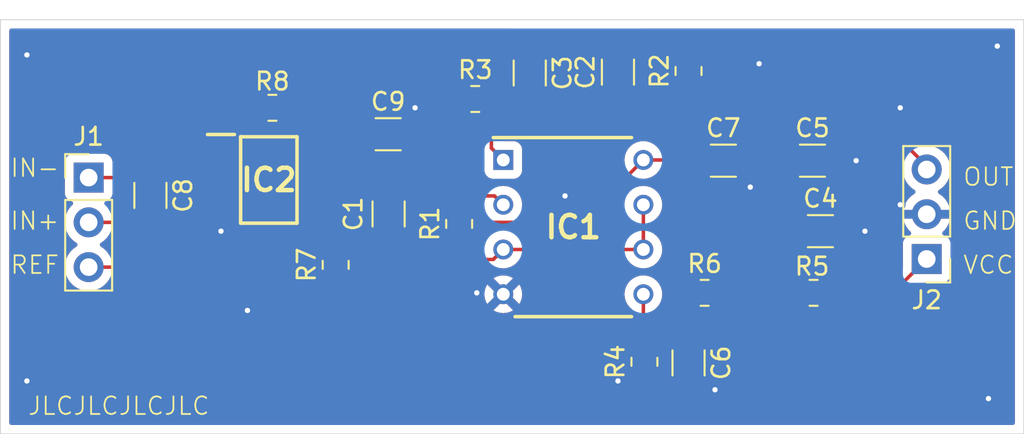
<source format=kicad_pcb>
(kicad_pcb (version 20240108) (generator "pcbnew") (generator_version "8.0")
  (layers (0 "F.Cu" signal) (31 "B.Cu" signal) (34 "B.Paste" user) (35 "F.Paste" user) (36 "B.SilkS" user "B.Silkscreen") (37 "F.SilkS" user "F.Silkscreen") (38 "B.Mask" user) (39 "F.Mask" user) (44 "Edge.Cuts" user))
  (net 0 "")
  (net 1 "IN-")
  (net 2 "IN+")
  (net 3 "GND")
  (net 4 "DRL")
  (net 5 "Net-(J2-Pin_1)")
  (net 6 "INAout")
  (net 7 "OUT")
  (net 8 "+3.3V")
  (net 9 "INAref")
  (net 10 "Net-(C1-Pad2)")
  (net 11 "Net-(IC1-1IN-)")
  (net 12 "Net-(IC1-2IN+)")
  (net 13 "Net-(IC2-RG_2)")
  (net 14 "Net-(IC2-RG_1)")
  (footprint "TL072CP:DIP794W53P254L959H508Q8N" (layer "F.Cu") (at 155.47 95.27)
    (property "Reference" "IC1" (at 0 0 0) (layer "F.SilkS") (effects (font (size 1.27 1.27) (thickness 0.254))))
    (property "Value" "TL072CP" (hide yes))
    (fp_line (start -4.535 -5.08) (end 3.3 -5.08) (stroke (width 0.2)) (layer "F.SilkS"))
    (fp_line (start -3.3 5.08) (end 3.3 5.08) (stroke (width 0.2)) (layer "F.SilkS"))
    (pad "1" thru_hole rect (at -3.97 -3.81) (size 1.13 1.13) (drill 0.73) (layers "*.Cu" "*.Mask") (net 7 "OUT"))
    (pad "2" thru_hole circle (at -3.97 -1.27) (size 1.13 1.13) (drill 0.73) (layers "*.Cu" "*.Mask") (net 11 "Net-(IC1-1IN-)"))
    (pad "3" thru_hole circle (at -3.97 1.27) (size 1.13 1.13) (drill 0.73) (layers "*.Cu" "*.Mask") (net 9 "INAref"))
    (pad "4" thru_hole circle (at -3.97 3.81) (size 1.13 1.13) (drill 0.73) (layers "*.Cu" "*.Mask") (net 3 "GND"))
    (pad "5" thru_hole circle (at 3.97 3.81) (size 1.13 1.13) (drill 0.73) (layers "*.Cu" "*.Mask") (net 12 "Net-(IC1-2IN+)"))
    (pad "6" thru_hole circle (at 3.97 1.27) (size 1.13 1.13) (drill 0.73) (layers "*.Cu" "*.Mask") (net 9 "INAref"))
    (pad "7" thru_hole circle (at 3.97 -1.27) (size 1.13 1.13) (drill 0.73) (layers "*.Cu" "*.Mask") (net 9 "INAref"))
    (pad "8" thru_hole circle (at 3.97 -3.81) (size 1.13 1.13) (drill 0.73) (layers "*.Cu" "*.Mask") (net 8 "+3.3V"))
  )
  (footprint "Capacitor_SMD:C_1206_3216Metric" (layer "F.Cu") (at 169.025 91.5)
    (property "Reference" "C5" (at 0 -1.85 0) (layer "F.SilkS"))
    (property "Value" "47uF")
    (fp_line (start -0.711252 -0.91) (end 0.711252 -0.91) (stroke (width 0.12)) (layer "F.SilkS"))
    (fp_line (start -0.711252 0.91) (end 0.711252 0.91) (stroke (width 0.12)) (layer "F.SilkS"))
    (pad "1" smd roundrect (at -1.475 0) (size 1.15 1.8) (layers "F.Cu" "F.Paste" "F.Mask") (roundrect_rratio 0.217391) (net 8 "+3.3V"))
    (pad "2" smd roundrect (at 1.475 0) (size 1.15 1.8) (layers "F.Cu" "F.Paste" "F.Mask") (roundrect_rratio 0.217391) (net 3 "GND"))
  )
  (footprint "Capacitor_SMD:C_1206_3216Metric" (layer "F.Cu") (at 163.975 91.5)
    (property "Reference" "C7" (at 0 -1.85 0) (layer "F.SilkS"))
    (property "Value" "100nF")
    (fp_line (start -0.711252 -0.91) (end 0.711252 -0.91) (stroke (width 0.12)) (layer "F.SilkS"))
    (fp_line (start -0.711252 0.91) (end 0.711252 0.91) (stroke (width 0.12)) (layer "F.SilkS"))
    (pad "1" smd roundrect (at -1.475 0) (size 1.15 1.8) (layers "F.Cu" "F.Paste" "F.Mask") (roundrect_rratio 0.217391) (net 8 "+3.3V"))
    (pad "2" smd roundrect (at 1.475 0) (size 1.15 1.8) (layers "F.Cu" "F.Paste" "F.Mask") (roundrect_rratio 0.217391) (net 3 "GND"))
  )
  (footprint "Capacitor_SMD:C_1206_3216Metric" (layer "F.Cu") (at 169.475 95.5)
    (property "Reference" "C4" (at 0 -1.85 0) (layer "F.SilkS"))
    (property "Value" "100nF")
    (fp_line (start -0.711252 -0.91) (end 0.711252 -0.91) (stroke (width 0.12)) (layer "F.SilkS"))
    (fp_line (start -0.711252 0.91) (end 0.711252 0.91) (stroke (width 0.12)) (layer "F.SilkS"))
    (pad "1" smd roundrect (at -1.475 0) (size 1.15 1.8) (layers "F.Cu" "F.Paste" "F.Mask") (roundrect_rratio 0.217391) (net 8 "+3.3V"))
    (pad "2" smd roundrect (at 1.475 0) (size 1.15 1.8) (layers "F.Cu" "F.Paste" "F.Mask") (roundrect_rratio 0.217391) (net 3 "GND"))
  )
  (footprint "Capacitor_SMD:C_1206_3216Metric" (layer "F.Cu") (at 153 86.525 -90)
    (property "Reference" "C3" (at 0 -1.85 90) (layer "F.SilkS"))
    (property "Value" "47nF")
    (fp_line (start -0.711252 0.91) (end 0.711252 0.91) (stroke (width 0.12)) (layer "F.SilkS"))
    (fp_line (start -0.711252 -0.91) (end 0.711252 -0.91) (stroke (width 0.12)) (layer "F.SilkS"))
    (pad "1" smd roundrect (at -1.475 0 270) (size 1.15 1.8) (layers "F.Cu" "F.Paste" "F.Mask") (roundrect_rratio 0.217391) (net 11 "Net-(IC1-1IN-)"))
    (pad "2" smd roundrect (at 1.475 0 270) (size 1.15 1.8) (layers "F.Cu" "F.Paste" "F.Mask") (roundrect_rratio 0.217391) (net 7 "OUT"))
  )
  (footprint "Resistor_SMD:R_0805_2012Metric" (layer "F.Cu") (at 159.5 102.9125 90)
    (property "Reference" "R4" (at 0 -1.65 -90) (layer "F.SilkS"))
    (property "Value" "10k")
    (fp_line (start -0.227064 -0.735) (end 0.227064 -0.735) (stroke (width 0.12)) (layer "F.SilkS"))
    (fp_line (start -0.227064 0.735) (end 0.227064 0.735) (stroke (width 0.12)) (layer "F.SilkS"))
    (pad "1" smd roundrect (at -0.9125 0 90) (size 1.025 1.4) (layers "F.Cu" "F.Paste" "F.Mask") (roundrect_rratio 0.243902) (net 3 "GND"))
    (pad "2" smd roundrect (at 0.9125 0 90) (size 1.025 1.4) (layers "F.Cu" "F.Paste" "F.Mask") (roundrect_rratio 0.243902) (net 12 "Net-(IC1-2IN+)"))
  )
  (footprint "Capacitor_SMD:C_1206_3216Metric" (layer "F.Cu") (at 158 86.475 90)
    (property "Reference" "C2" (at 0 -1.85 -90) (layer "F.SilkS"))
    (property "Value" "C_Variable")
    (fp_line (start -0.711252 -0.91) (end 0.711252 -0.91) (stroke (width 0.12)) (layer "F.SilkS"))
    (fp_line (start -0.711252 0.91) (end 0.711252 0.91) (stroke (width 0.12)) (layer "F.SilkS"))
    (pad "1" smd roundrect (at -1.475 0 90) (size 1.15 1.8) (layers "F.Cu" "F.Paste" "F.Mask") (roundrect_rratio 0.217391) (net 7 "OUT"))
    (pad "2" smd roundrect (at 1.475 0 90) (size 1.15 1.8) (layers "F.Cu" "F.Paste" "F.Mask") (roundrect_rratio 0.217391) (net 11 "Net-(IC1-1IN-)"))
  )
  (footprint "Resistor_SMD:R_0805_2012Metric" (layer "F.Cu") (at 162 86.4125 90)
    (property "Reference" "R2" (at 0 -1.65 -90) (layer "F.SilkS"))
    (property "Value" "R_Variable")
    (fp_line (start -0.227064 -0.735) (end 0.227064 -0.735) (stroke (width 0.12)) (layer "F.SilkS"))
    (fp_line (start -0.227064 0.735) (end 0.227064 0.735) (stroke (width 0.12)) (layer "F.SilkS"))
    (pad "1" smd roundrect (at -0.9125 0 90) (size 1.025 1.4) (layers "F.Cu" "F.Paste" "F.Mask") (roundrect_rratio 0.243902) (net 7 "OUT"))
    (pad "2" smd roundrect (at 0.9125 0 90) (size 1.025 1.4) (layers "F.Cu" "F.Paste" "F.Mask") (roundrect_rratio 0.243902) (net 11 "Net-(IC1-1IN-)"))
  )
  (footprint "Resistor_SMD:R_0805_2012Metric" (layer "F.Cu") (at 138.4125 88.5 180)
    (property "Reference" "R8" (at 0 1.5 180) (layer "F.SilkS"))
    (property "Value" "R_Variable")
    (fp_line (start -0.227064 0.735) (end 0.227064 0.735) (stroke (width 0.12)) (layer "F.SilkS"))
    (fp_line (start -0.227064 -0.735) (end 0.227064 -0.735) (stroke (width 0.12)) (layer "F.SilkS"))
    (pad "1" smd roundrect (at -0.9125 0 180) (size 1.025 1.4) (layers "F.Cu" "F.Paste" "F.Mask") (roundrect_rratio 0.243902) (net 13 "Net-(IC2-RG_2)"))
    (pad "2" smd roundrect (at 0.9125 0 180) (size 1.025 1.4) (layers "F.Cu" "F.Paste" "F.Mask") (roundrect_rratio 0.243902) (net 14 "Net-(IC2-RG_1)"))
  )
  (footprint "Connector_PinHeader_2.54mm:PinHeader_1x03_P2.54mm_Vertical" (layer "F.Cu") (at 175.5 97.08 180)
    (property "Reference" "J2" (at 0 -2.33 180) (layer "F.SilkS"))
    (property "Value" "Conn_01x03")
    (fp_line (start 1.33 1.27) (end 1.33 6.41) (stroke (width 0.12)) (layer "F.SilkS"))
    (fp_line (start -1.33 6.41) (end 1.33 6.41) (stroke (width 0.12)) (layer "F.SilkS"))
    (fp_line (start -1.33 1.27) (end 1.33 1.27) (stroke (width 0.12)) (layer "F.SilkS"))
    (fp_line (start -1.33 1.27) (end -1.33 6.41) (stroke (width 0.12)) (layer "F.SilkS"))
    (fp_line (start -1.33 0) (end -1.33 -1.33) (stroke (width 0.12)) (layer "F.SilkS"))
    (fp_line (start -1.33 -1.33) (end 0 -1.33) (stroke (width 0.12)) (layer "F.SilkS"))
    (pad "1" thru_hole rect (at 0 0 180) (size 1.7 1.7) (drill 1) (layers "*.Cu" "*.Mask") (net 5 "Net-(J2-Pin_1)"))
    (pad "2" thru_hole oval (at 0 2.54 180) (size 1.7 1.7) (drill 1) (layers "*.Cu" "*.Mask") (net 3 "GND"))
    (pad "3" thru_hole oval (at 0 5.08 180) (size 1.7 1.7) (drill 1) (layers "*.Cu" "*.Mask") (net 7 "OUT"))
  )
  (footprint "Resistor_SMD:R_0805_2012Metric" (layer "F.Cu") (at 149 95.0875 90)
    (property "Reference" "R1" (at 0 -1.65 -90) (layer "F.SilkS"))
    (property "Value" "1k")
    (fp_line (start -0.227064 -0.735) (end 0.227064 -0.735) (stroke (width 0.12)) (layer "F.SilkS"))
    (fp_line (start -0.227064 0.735) (end 0.227064 0.735) (stroke (width 0.12)) (layer "F.SilkS"))
    (pad "1" smd roundrect (at -0.9125 0 90) (size 1.025 1.4) (layers "F.Cu" "F.Paste" "F.Mask") (roundrect_rratio 0.243902) (net 10 "Net-(C1-Pad2)"))
    (pad "2" smd roundrect (at 0.9125 0 90) (size 1.025 1.4) (layers "F.Cu" "F.Paste" "F.Mask") (roundrect_rratio 0.243902) (net 11 "Net-(IC1-1IN-)"))
  )
  (footprint "Capacitor_SMD:C_1206_3216Metric" (layer "F.Cu") (at 145 94.525 -90)
    (property "Reference" "C1" (at 0 2 90) (layer "F.SilkS"))
    (property "Value" "47uF")
    (fp_line (start -0.711252 0.91) (end 0.711252 0.91) (stroke (width 0.12)) (layer "F.SilkS"))
    (fp_line (start -0.711252 -0.91) (end 0.711252 -0.91) (stroke (width 0.12)) (layer "F.SilkS"))
    (pad "1" smd roundrect (at -1.475 0 270) (size 1.15 1.8) (layers "F.Cu" "F.Paste" "F.Mask") (roundrect_rratio 0.217391) (net 6 "INAout"))
    (pad "2" smd roundrect (at 1.475 0 270) (size 1.15 1.8) (layers "F.Cu" "F.Paste" "F.Mask") (roundrect_rratio 0.217391) (net 10 "Net-(C1-Pad2)"))
  )
  (footprint "Resistor_SMD:R_0805_2012Metric" (layer "F.Cu") (at 162.9125 99)
    (property "Reference" "R6" (at 0 -1.65 0) (layer "F.SilkS"))
    (property "Value" "10k")
    (fp_line (start -0.227064 -0.735) (end 0.227064 -0.735) (stroke (width 0.12)) (layer "F.SilkS"))
    (fp_line (start -0.227064 0.735) (end 0.227064 0.735) (stroke (width 0.12)) (layer "F.SilkS"))
    (pad "1" smd roundrect (at -0.9125 0) (size 1.025 1.4) (layers "F.Cu" "F.Paste" "F.Mask") (roundrect_rratio 0.243902) (net 12 "Net-(IC1-2IN+)"))
    (pad "2" smd roundrect (at 0.9125 0) (size 1.025 1.4) (layers "F.Cu" "F.Paste" "F.Mask") (roundrect_rratio 0.243902) (net 8 "+3.3V"))
  )
  (footprint "Capacitor_SMD:C_1206_3216Metric" (layer "F.Cu") (at 144.975 90)
    (property "Reference" "C9" (at 0 -1.85 0) (layer "F.SilkS"))
    (property "Value" "100nF")
    (fp_line (start -0.711252 -0.91) (end 0.711252 -0.91) (stroke (width 0.12)) (layer "F.SilkS"))
    (fp_line (start -0.711252 0.91) (end 0.711252 0.91) (stroke (width 0.12)) (layer "F.SilkS"))
    (pad "1" smd roundrect (at -1.475 0) (size 1.15 1.8) (layers "F.Cu" "F.Paste" "F.Mask") (roundrect_rratio 0.217391) (net 8 "+3.3V"))
    (pad "2" smd roundrect (at 1.475 0) (size 1.15 1.8) (layers "F.Cu" "F.Paste" "F.Mask") (roundrect_rratio 0.217391) (net 3 "GND"))
  )
  (footprint "Resistor_SMD:R_0805_2012Metric" (layer "F.Cu") (at 142 97.4125 90)
    (property "Reference" "R7" (at 0 -1.65 -90) (layer "F.SilkS"))
    (property "Value" "1k")
    (fp_line (start -0.227064 -0.735) (end 0.227064 -0.735) (stroke (width 0.12)) (layer "F.SilkS"))
    (fp_line (start -0.227064 0.735) (end 0.227064 0.735) (stroke (width 0.12)) (layer "F.SilkS"))
    (pad "1" smd roundrect (at -0.9125 0 90) (size 1.025 1.4) (layers "F.Cu" "F.Paste" "F.Mask") (roundrect_rratio 0.243902) (net 4 "DRL"))
    (pad "2" smd roundrect (at 0.9125 0 90) (size 1.025 1.4) (layers "F.Cu" "F.Paste" "F.Mask") (roundrect_rratio 0.243902) (net 9 "INAref"))
  )
  (footprint "Capacitor_SMD:C_1206_3216Metric" (layer "F.Cu") (at 131.5 93.475 -90)
    (property "Reference" "C8" (at 0 -1.85 90) (layer "F.SilkS"))
    (property "Value" "2.2nF")
    (fp_line (start -0.711252 0.91) (end 0.711252 0.91) (stroke (width 0.12)) (layer "F.SilkS"))
    (fp_line (start -0.711252 -0.91) (end 0.711252 -0.91) (stroke (width 0.12)) (layer "F.SilkS"))
    (pad "1" smd roundrect (at -1.475 0 270) (size 1.15 1.8) (layers "F.Cu" "F.Paste" "F.Mask") (roundrect_rratio 0.217391) (net 1 "IN-"))
    (pad "2" smd roundrect (at 1.475 0 270) (size 1.15 1.8) (layers "F.Cu" "F.Paste" "F.Mask") (roundrect_rratio 0.217391) (net 2 "IN+"))
  )
  (footprint "Resistor_SMD:R_0805_2012Metric" (layer "F.Cu") (at 169.0875 99)
    (property "Reference" "R5" (at -0.0875 -1.5 0) (layer "F.SilkS"))
    (property "Value" "10")
    (fp_line (start -0.227064 -0.735) (end 0.227064 -0.735) (stroke (width 0.12)) (layer "F.SilkS"))
    (fp_line (start -0.227064 0.735) (end 0.227064 0.735) (stroke (width 0.12)) (layer "F.SilkS"))
    (pad "1" smd roundrect (at -0.9125 0) (size 1.025 1.4) (layers "F.Cu" "F.Paste" "F.Mask") (roundrect_rratio 0.243902) (net 8 "+3.3V"))
    (pad "2" smd roundrect (at 0.9125 0) (size 1.025 1.4) (layers "F.Cu" "F.Paste" "F.Mask") (roundrect_rratio 0.243902) (net 5 "Net-(J2-Pin_1)"))
  )
  (footprint "Resistor_SMD:R_0805_2012Metric" (layer "F.Cu") (at 149.9125 88)
    (property "Reference" "R3" (at 0 -1.65 0) (layer "F.SilkS"))
    (property "Value" "10k")
    (fp_line (start -0.227064 -0.735) (end 0.227064 -0.735) (stroke (width 0.12)) (layer "F.SilkS"))
    (fp_line (start -0.227064 0.735) (end 0.227064 0.735) (stroke (width 0.12)) (layer "F.SilkS"))
    (pad "1" smd roundrect (at -0.9125 0) (size 1.025 1.4) (layers "F.Cu" "F.Paste" "F.Mask") (roundrect_rratio 0.243902) (net 11 "Net-(IC1-1IN-)"))
    (pad "2" smd roundrect (at 0.9125 0) (size 1.025 1.4) (layers "F.Cu" "F.Paste" "F.Mask") (roundrect_rratio 0.243902) (net 7 "OUT"))
  )
  (footprint "Capacitor_SMD:C_1206_3216Metric" (layer "F.Cu") (at 162 102.975 -90)
    (property "Reference" "C6" (at 0 -1.85 90) (layer "F.SilkS"))
    (property "Value" "220nF")
    (fp_line (start -0.711252 0.91) (end 0.711252 0.91) (stroke (width 0.12)) (layer "F.SilkS"))
    (fp_line (start -0.711252 -0.91) (end 0.711252 -0.91) (stroke (width 0.12)) (layer "F.SilkS"))
    (pad "1" smd roundrect (at -1.475 0 270) (size 1.15 1.8) (layers "F.Cu" "F.Paste" "F.Mask") (roundrect_rratio 0.217391) (net 12 "Net-(IC1-2IN+)"))
    (pad "2" smd roundrect (at 1.475 0 270) (size 1.15 1.8) (layers "F.Cu" "F.Paste" "F.Mask") (roundrect_rratio 0.217391) (net 3 "GND"))
  )
  (footprint "INA118:SOIC127P600X175-8N" (layer "F.Cu") (at 138.211 92.595)
    (property "Reference" "IC2" (at 0 0 0) (layer "F.SilkS") (effects (font (size 1.27 1.27) (thickness 0.254))))
    (property "Value" "INA118U_2K5" (hide yes))
    (fp_line (start -3.475 -2.58) (end -1.948 -2.58) (stroke (width 0.2)) (layer "F.SilkS"))
    (fp_line (start -1.598 -2.452) (end 1.598 -2.452) (stroke (width 0.2)) (layer "F.SilkS"))
    (fp_line (start -1.598 2.452) (end -1.598 -2.452) (stroke (width 0.2)) (layer "F.SilkS"))
    (fp_line (start 1.598 -2.452) (end 1.598 2.452) (stroke (width 0.2)) (layer "F.SilkS"))
    (fp_line (start 1.598 2.452) (end -1.598 2.452) (stroke (width 0.2)) (layer "F.SilkS"))
    (pad "1" smd rect (at -2.711 -1.905 90) (size 0.65 1.528) (layers "F.Cu" "F.Paste" "F.Mask") (net 14 "Net-(IC2-RG_1)"))
    (pad "2" smd rect (at -2.711 -0.635 90) (size 0.65 1.528) (layers "F.Cu" "F.Paste" "F.Mask") (net 1 "IN-"))
    (pad "3" smd rect (at -2.711 0.635 90) (size 0.65 1.528) (layers "F.Cu" "F.Paste" "F.Mask") (net 2 "IN+"))
    (pad "4" smd rect (at -2.711 1.905 90) (size 0.65 1.528) (layers "F.Cu" "F.Paste" "F.Mask") (net 3 "GND"))
    (pad "5" smd rect (at 2.711 1.905 90) (size 0.65 1.528) (layers "F.Cu" "F.Paste" "F.Mask") (net 9 "INAref"))
    (pad "6" smd rect (at 2.711 0.635 90) (size 0.65 1.528) (layers "F.Cu" "F.Paste" "F.Mask") (net 6 "INAout"))
    (pad "7" smd rect (at 2.711 -0.635 90) (size 0.65 1.528) (layers "F.Cu" "F.Paste" "F.Mask") (net 8 "+3.3V"))
    (pad "8" smd rect (at 2.711 -1.905 90) (size 0.65 1.528) (layers "F.Cu" "F.Paste" "F.Mask") (net 13 "Net-(IC2-RG_2)"))
  )
  (footprint "Connector_PinHeader_2.54mm:PinHeader_1x03_P2.54mm_Vertical" (layer "F.Cu") (at 128 92.46)
    (property "Reference" "J1" (at 0 -2.33 0) (layer "F.SilkS"))
    (property "Value" "Conn_01x03")
    (fp_line (start -1.33 -1.33) (end 0 -1.33) (stroke (width 0.12)) (layer "F.SilkS"))
    (fp_line (start -1.33 0) (end -1.33 -1.33) (stroke (width 0.12)) (layer "F.SilkS"))
    (fp_line (start -1.33 1.27) (end -1.33 6.41) (stroke (width 0.12)) (layer "F.SilkS"))
    (fp_line (start -1.33 1.27) (end 1.33 1.27) (stroke (width 0.12)) (layer "F.SilkS"))
    (fp_line (start -1.33 6.41) (end 1.33 6.41) (stroke (width 0.12)) (layer "F.SilkS"))
    (fp_line (start 1.33 1.27) (end 1.33 6.41) (stroke (width 0.12)) (layer "F.SilkS"))
    (pad "1" thru_hole rect (at 0 0) (size 1.7 1.7) (drill 1) (layers "*.Cu" "*.Mask") (net 1 "IN-"))
    (pad "2" thru_hole oval (at 0 2.54) (size 1.7 1.7) (drill 1) (layers "*.Cu" "*.Mask") (net 2 "IN+"))
    (pad "3" thru_hole oval (at 0 5.08) (size 1.7 1.7) (drill 1) (layers "*.Cu" "*.Mask") (net 4 "DRL"))
  )
  (gr_rect (start 123 83.5) (end 181 107) (stroke (width 0.05)) (fill none) (layer "Edge.Cuts"))
  (gr_text "VCC" (at 177.5 98 0) (layer "F.SilkS") (effects (font (size 1 1) (thickness 0.1)) (justify left bottom)))
  (gr_text "OUT" (at 177.5 93 0) (layer "F.SilkS") (effects (font (size 1 1) (thickness 0.1)) (justify left bottom)))
  (gr_text "JLCJLCJLCJLC" (at 124.5 106 0) (layer "F.SilkS") (effects (font (size 1 1) (thickness 0.1)) (justify left bottom)))
  (gr_text "IN-" (at 123.5 92.5 0) (layer "F.SilkS") (effects (font (size 1 1) (thickness 0.1)) (justify left bottom)))
  (gr_text "IN+" (at 123.5 95.5 0) (layer "F.SilkS") (effects (font (size 1 1) (thickness 0.1)) (justify left bottom)))
  (gr_text "REF" (at 123.5 98 0) (layer "F.SilkS") (effects (font (size 1 1) (thickness 0.1)) (justify left bottom)))
  (gr_text "GND" (at 177.5 95.5 0) (layer "F.SilkS") (effects (font (size 1 1) (thickness 0.1)) (justify left bottom)))
  (segment (start 135.46 92) (end 135.5 91.96) (width 0.2) (layer "F.Cu") (net 1))
  (segment (start 131.5 92) (end 135.46 92) (width 0.2) (layer "F.Cu") (net 1))
  (segment (start 130.54 92.46) (end 128 92.46) (width 0.2) (layer "F.Cu") (net 1))
  (segment (start 131.5 92) (end 131 92) (width 0.2) (layer "F.Cu") (net 1))
  (segment (start 131 92) (end 130.54 92.46) (width 0.2) (layer "F.Cu") (net 1))
  (segment (start 131.5 94.95) (end 133.22 93.23) (width 0.2) (layer "F.Cu") (net 2))
  (segment (start 131.5 94.95) (end 131.05 94.95) (width 0.2) (layer "F.Cu") (net 2))
  (segment (start 133.22 93.23) (end 135.5 93.23) (width 0.2) (layer "F.Cu") (net 2))
  (segment (start 131.05 94.95) (end 131 95) (width 0.2) (layer "F.Cu") (net 2))
  (segment (start 131 95) (end 128 95) (width 0.2) (layer "F.Cu") (net 2))
  (via (at 137 100) (size 0.6) (drill 0.3) (layers "F.Cu" "B.Cu") (net 3))
  (via (at 135.5 95.5) (size 0.6) (drill 0.3) (layers "F.Cu" "B.Cu") (net 3))
  (via (at 171.5 91.5) (size 0.6) (drill 0.3) (layers "F.Cu" "B.Cu") (net 3))
  (via (at 179.5 85) (size 0.6) (drill 0.3) (layers "F.Cu" "B.Cu") (net 3))
  (via (at 165.5 93) (size 0.6) (drill 0.3) (layers "F.Cu" "B.Cu") (net 3))
  (via (at 124.5 104) (size 0.6) (drill 0.3) (layers "F.Cu" "B.Cu") (net 3))
  (via (at 158 104) (size 0.6) (drill 0.3) (layers "F.Cu" "B.Cu") (net 3))
  (via (at 146.5 88.5) (size 0.6) (drill 0.3) (layers "F.Cu" "B.Cu") (net 3))
  (via (at 172 95.5) (size 0.6) (drill 0.3) (layers "F.Cu" "B.Cu") (net 3))
  (via (at 150 99) (size 0.6) (drill 0.3) (layers "F.Cu" "B.Cu") (net 3))
  (via (at 124.5 85.5) (size 0.6) (drill 0.3) (layers "F.Cu" "B.Cu") (net 3))
  (via (at 163.5 104.5) (size 0.6) (drill 0.3) (layers "F.Cu" "B.Cu") (net 3))
  (via (at 155 93.5) (size 0.6) (drill 0.3) (layers "F.Cu" "B.Cu") (net 3))
  (via (at 166 86) (size 0.6) (drill 0.3) (layers "F.Cu" "B.Cu") (net 3))
  (via (at 174 88.5) (size 0.6) (drill 0.3) (layers "F.Cu" "B.Cu") (net 3))
  (via (at 174 94) (size 0.6) (drill 0.3) (layers "F.Cu" "B.Cu") (net 3))
  (via (at 179 105) (size 0.6) (drill 0.3) (layers "F.Cu" "B.Cu") (net 3))
  (segment (start 128 97.54) (end 141.215 97.54) (width 0.2) (layer "F.Cu") (net 4))
  (segment (start 141.215 97.54) (end 142 98.325) (width 0.2) (layer "F.Cu") (net 4))
  (segment (start 170 99) (end 173.58 99) (width 0.2) (layer "F.Cu") (net 5))
  (segment (start 173.58 99) (end 175.5 97.08) (width 0.2) (layer "F.Cu") (net 5))
  (segment (start 140.922 93.23) (end 144.82 93.23) (width 0.2) (layer "F.Cu") (net 6))
  (segment (start 144.82 93.23) (end 145 93.05) (width 0.2) (layer "F.Cu") (net 6))
  (segment (start 158.625 87.325) (end 158 87.95) (width 0.2) (layer "F.Cu") (net 7))
  (segment (start 153 88) (end 157.95 88) (width 0.2) (layer "F.Cu") (net 7))
  (segment (start 157.95 88) (end 158 87.95) (width 0.2) (layer "F.Cu") (net 7))
  (segment (start 150.825 88) (end 153 88) (width 0.2) (layer "F.Cu") (net 7))
  (segment (start 150.825 88) (end 150.825 90.785) (width 0.2) (layer "F.Cu") (net 7))
  (segment (start 150.825 90.785) (end 151.5 91.46) (width 0.2) (layer "F.Cu") (net 7))
  (segment (start 162 87.325) (end 171.025 87.325) (width 0.2) (layer "F.Cu") (net 7))
  (segment (start 162 87.325) (end 158.625 87.325) (width 0.2) (layer "F.Cu") (net 7))
  (segment (start 171.025 87.325) (end 175.5 91.8) (width 0.2) (layer "F.Cu") (net 7))
  (segment (start 143.5 90) (end 143.709744 90) (width 0.2) (layer "F.Cu") (net 8))
  (segment (start 163.7 90.3) (end 166.35 90.3) (width 0.2) (layer "F.Cu") (net 8))
  (segment (start 141.54 91.96) (end 143.5 90) (width 0.2) (layer "F.Cu") (net 8))
  (segment (start 162.46 91.46) (end 162.5 91.5) (width 0.2) (layer "F.Cu") (net 8))
  (segment (start 148 94.872244) (end 148.127756 95) (width 0.2) (layer "F.Cu") (net 8))
  (segment (start 162.5 91.5) (end 163.7 90.3) (width 0.2) (layer "F.Cu") (net 8))
  (segment (start 168.175 99) (end 163.825 99) (width 0.2) (layer "F.Cu") (net 8))
  (segment (start 166.35 90.3) (end 167.55 91.5) (width 0.2) (layer "F.Cu") (net 8))
  (segment (start 167.55 91.5) (end 167.55 95.05) (width 0.2) (layer "F.Cu") (net 8))
  (segment (start 143.709744 90) (end 148 94.290256) (width 0.2) (layer "F.Cu") (net 8))
  (segment (start 140.922 91.96) (end 141.54 91.96) (width 0.2) (layer "F.Cu") (net 8))
  (segment (start 168 98.825) (end 168.175 99) (width 0.2) (layer "F.Cu") (net 8))
  (segment (start 167.55 95.05) (end 168 95.5) (width 0.2) (layer "F.Cu") (net 8))
  (segment (start 148.127756 95) (end 155.9 95) (width 0.2) (layer "F.Cu") (net 8))
  (segment (start 168 95.5) (end 168 98.825) (width 0.2) (layer "F.Cu") (net 8))
  (segment (start 155.9 95) (end 159.44 91.46) (width 0.2) (layer "F.Cu") (net 8))
  (segment (start 148 94.290256) (end 148 94.872244) (width 0.2) (layer "F.Cu") (net 8))
  (segment (start 159.44 91.46) (end 162.46 91.46) (width 0.2) (layer "F.Cu") (net 8))
  (segment (start 159.44 94) (end 159.44 96.54) (width 0.2) (layer "F.Cu") (net 9))
  (segment (start 142 96.5) (end 142.605 97.105) (width 0.2) (layer "F.Cu") (net 9))
  (segment (start 150.935 97.105) (end 151.5 96.54) (width 0.2) (layer "F.Cu") (net 9))
  (segment (start 140.922 95.422) (end 142 96.5) (width 0.2) (layer "F.Cu") (net 9))
  (segment (start 140.922 94.5) (end 140.922 95.422) (width 0.2) (layer "F.Cu") (net 9))
  (segment (start 142.605 97.105) (end 150.935 97.105) (width 0.2) (layer "F.Cu") (net 9))
  (segment (start 151.5 96.54) (end 159.44 96.54) (width 0.2) (layer "F.Cu") (net 9))
  (segment (start 145 96) (end 149 96) (width 0.2) (layer "F.Cu") (net 10))
  (segment (start 153 85.05) (end 153.95 85.05) (width 0.2) (layer "F.Cu") (net 11))
  (segment (start 153 85.05) (end 151.95 85.05) (width 0.2) (layer "F.Cu") (net 11))
  (segment (start 154 85) (end 158 85) (width 0.2) (layer "F.Cu") (net 11))
  (segment (start 151 93.5) (end 151.5 94) (width 0.2) (layer "F.Cu") (net 11))
  (segment (start 153.95 85.05) (end 154 85) (width 0.2) (layer "F.Cu") (net 11))
  (segment (start 161.5 85) (end 162 85.5) (width 0.2) (layer "F.Cu") (net 11))
  (segment (start 158 85) (end 161.5 85) (width 0.2) (layer "F.Cu") (net 11))
  (segment (start 149 94.175) (end 149 93.5) (width 0.2) (layer "F.Cu") (net 11))
  (segment (start 149 88) (end 149 93.5) (width 0.2) (layer "F.Cu") (net 11))
  (segment (start 151.95 85.05) (end 149 88) (width 0.2) (layer "F.Cu") (net 11))
  (segment (start 149 93.5) (end 151 93.5) (width 0.2) (layer "F.Cu") (net 11))
  (segment (start 159.5 102) (end 160 102) (width 0.2) (layer "F.Cu") (net 12))
  (segment (start 160.5 101.5) (end 162 101.5) (width 0.2) (layer "F.Cu") (net 12))
  (segment (start 160 102) (end 160.5 101.5) (width 0.2) (layer "F.Cu") (net 12))
  (segment (start 159.44 101.94) (end 159.5 102) (width 0.2) (layer "F.Cu") (net 12))
  (segment (start 159.44 99.08) (end 159.44 101.94) (width 0.2) (layer "F.Cu") (net 12))
  (segment (start 162 101.5) (end 162 99) (width 0.2) (layer "F.Cu") (net 12))
  (segment (start 140.922 90.097) (end 140.922 90.69) (width 0.2) (layer "F.Cu") (net 13))
  (segment (start 139.325 88.5) (end 140.922 90.097) (width 0.2) (layer "F.Cu") (net 13))
  (segment (start 135.5 90.69) (end 137.4 88.79) (width 0.2) (layer "F.Cu") (net 14))
  (segment (start 137.4 88.79) (end 137.4 88.5) (width 0.2) (layer "F.Cu") (net 14))
  (zone (net 3) (net_name "GND") (layer "F.Cu") (connect_pads (clearance 0.5)) (min_thickness 0.25) (fill yes (thermal_gap 0.5) (thermal_bridge_width 0.5))
    (polygon (pts (xy 123.5 106.5) (xy 123.5 84) (xy 180.5 84) (xy 180.5 106.5)))
  )
  (zone (net 3) (net_name "GND") (layer "B.Cu") (priority 1) (connect_pads (clearance 0.5)) (min_thickness 0.25) (fill yes (thermal_gap 0.5) (thermal_bridge_width 0.5))
    (polygon (pts (xy 123.5 84) (xy 123.5 106.5) (xy 180.5 106.5) (xy 180.5 84)))
  )
)
</source>
